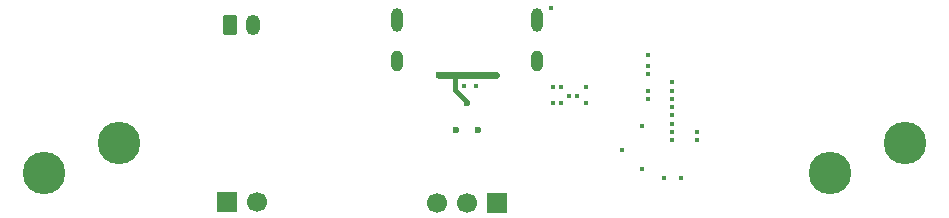
<source format=gbr>
%TF.GenerationSoftware,KiCad,Pcbnew,9.0.3*%
%TF.CreationDate,2025-07-16T18:33:31-04:00*%
%TF.ProjectId,board,626f6172-642e-46b6-9963-61645f706362,rev?*%
%TF.SameCoordinates,Original*%
%TF.FileFunction,Copper,L2,Inr*%
%TF.FilePolarity,Positive*%
%FSLAX46Y46*%
G04 Gerber Fmt 4.6, Leading zero omitted, Abs format (unit mm)*
G04 Created by KiCad (PCBNEW 9.0.3) date 2025-07-16 18:33:31*
%MOMM*%
%LPD*%
G01*
G04 APERTURE LIST*
G04 Aperture macros list*
%AMRoundRect*
0 Rectangle with rounded corners*
0 $1 Rounding radius*
0 $2 $3 $4 $5 $6 $7 $8 $9 X,Y pos of 4 corners*
0 Add a 4 corners polygon primitive as box body*
4,1,4,$2,$3,$4,$5,$6,$7,$8,$9,$2,$3,0*
0 Add four circle primitives for the rounded corners*
1,1,$1+$1,$2,$3*
1,1,$1+$1,$4,$5*
1,1,$1+$1,$6,$7*
1,1,$1+$1,$8,$9*
0 Add four rect primitives between the rounded corners*
20,1,$1+$1,$2,$3,$4,$5,0*
20,1,$1+$1,$4,$5,$6,$7,0*
20,1,$1+$1,$6,$7,$8,$9,0*
20,1,$1+$1,$8,$9,$2,$3,0*%
G04 Aperture macros list end*
%TA.AperFunction,ComponentPad*%
%ADD10RoundRect,0.250000X-0.350000X-0.625000X0.350000X-0.625000X0.350000X0.625000X-0.350000X0.625000X0*%
%TD*%
%TA.AperFunction,ComponentPad*%
%ADD11O,1.200000X1.750000*%
%TD*%
%TA.AperFunction,ComponentPad*%
%ADD12R,1.700000X1.700000*%
%TD*%
%TA.AperFunction,ComponentPad*%
%ADD13C,1.700000*%
%TD*%
%TA.AperFunction,ComponentPad*%
%ADD14O,1.000000X1.800000*%
%TD*%
%TA.AperFunction,ComponentPad*%
%ADD15O,1.000000X2.000000*%
%TD*%
%TA.AperFunction,ComponentPad*%
%ADD16C,3.600000*%
%TD*%
%TA.AperFunction,ViaPad*%
%ADD17C,0.450000*%
%TD*%
%TA.AperFunction,ViaPad*%
%ADD18C,0.600000*%
%TD*%
%TA.AperFunction,Conductor*%
%ADD19C,0.400000*%
%TD*%
%TA.AperFunction,Conductor*%
%ADD20C,0.200000*%
%TD*%
%TA.AperFunction,Conductor*%
%ADD21C,0.600000*%
%TD*%
G04 APERTURE END LIST*
D10*
%TO.N,GND*%
%TO.C,J2*%
X42900001Y-22250000D03*
D11*
%TO.N,VBAT*%
X44900002Y-22250000D03*
%TD*%
D12*
%TO.N,Net-(J4-Pin_1)*%
%TO.C,J4*%
X42625000Y-37200000D03*
D13*
%TO.N,Net-(J4-Pin_2)*%
X45165000Y-37200000D03*
%TD*%
D14*
%TO.N,GND*%
%TO.C,J1*%
X57050000Y-25300000D03*
X68950000Y-25300000D03*
D15*
X57050000Y-21800000D03*
X68950000Y-21800000D03*
%TD*%
D16*
%TO.N,/BUTTON_L*%
%TO.C,SW1*%
X33510000Y-32240000D03*
%TO.N,GND*%
X27160000Y-34780000D03*
%TD*%
%TO.N,GND*%
%TO.C,SW2*%
X93760000Y-34780000D03*
%TO.N,/BUTTON_R*%
X100110000Y-32240000D03*
%TD*%
D13*
%TO.N,Net-(J3-Pin_3)*%
%TO.C,J3*%
X60460001Y-37300000D03*
%TO.N,GND*%
X63000000Y-37300000D03*
D12*
%TO.N,Net-(J3-Pin_1)*%
X65540000Y-37300000D03*
%TD*%
D17*
%TO.N,9V*%
X82500000Y-32000000D03*
X80300000Y-32000000D03*
%TO.N,Net-(DS1-IREF)*%
X80300000Y-29200000D03*
X78300000Y-24800000D03*
%TO.N,Net-(DS1-VCOMH)*%
X82500000Y-31300000D03*
X80300000Y-31300000D03*
%TO.N,3V3*%
X77800000Y-34425000D03*
X79625000Y-35200000D03*
X81075000Y-35200000D03*
%TO.N,/DISP_PIN_CS*%
X78300000Y-26375000D03*
%TO.N,3V3*%
X78300000Y-25735000D03*
%TO.N,/DISP_PIN_RST*%
X78300000Y-27800000D03*
%TO.N,GND*%
X80300000Y-29900000D03*
%TO.N,3V3*%
X70100000Y-20800000D03*
%TO.N,/DISP_PIN_DC*%
X80300000Y-27100000D03*
%TO.N,3V3*%
X77780000Y-30800000D03*
X80300000Y-30600000D03*
%TO.N,/DISP_PIN_RST*%
X80300000Y-27800000D03*
%TO.N,/DISP_PIN_CS*%
X78300000Y-28500000D03*
X80300000Y-28500000D03*
D18*
%TO.N,/USB_D+*%
X63949999Y-31137500D03*
%TO.N,/USB_D-*%
X62050001Y-31137500D03*
D17*
%TO.N,1V1*%
X70930000Y-27485000D03*
%TO.N,3V3*%
X70230000Y-28890000D03*
X70230069Y-27474999D03*
%TO.N,1V1*%
X70930762Y-28890000D03*
%TO.N,/USB_D-*%
X71630763Y-28250000D03*
%TO.N,/USB_D+*%
X72330761Y-28250002D03*
%TO.N,3V3*%
X73020000Y-27490000D03*
X73020000Y-28890000D03*
D18*
%TO.N,VBUS*%
X63000000Y-28862500D03*
X65400000Y-26450000D03*
X60600000Y-26450000D03*
D17*
%TO.N,Net-(J1-DP1)*%
X63750000Y-27450000D03*
X62750000Y-27450000D03*
%TO.N,/DISP_PIN_DC*%
X76100000Y-32800000D03*
%TD*%
D19*
%TO.N,VBUS*%
X61950000Y-27750000D02*
X61950000Y-26450000D01*
X63000000Y-28800000D02*
X61950000Y-27750000D01*
D20*
X63000000Y-28862500D02*
X63000000Y-28800000D01*
D21*
X61950000Y-26450000D02*
X65400000Y-26450000D01*
X60600000Y-26450000D02*
X61950000Y-26450000D01*
%TD*%
M02*

</source>
